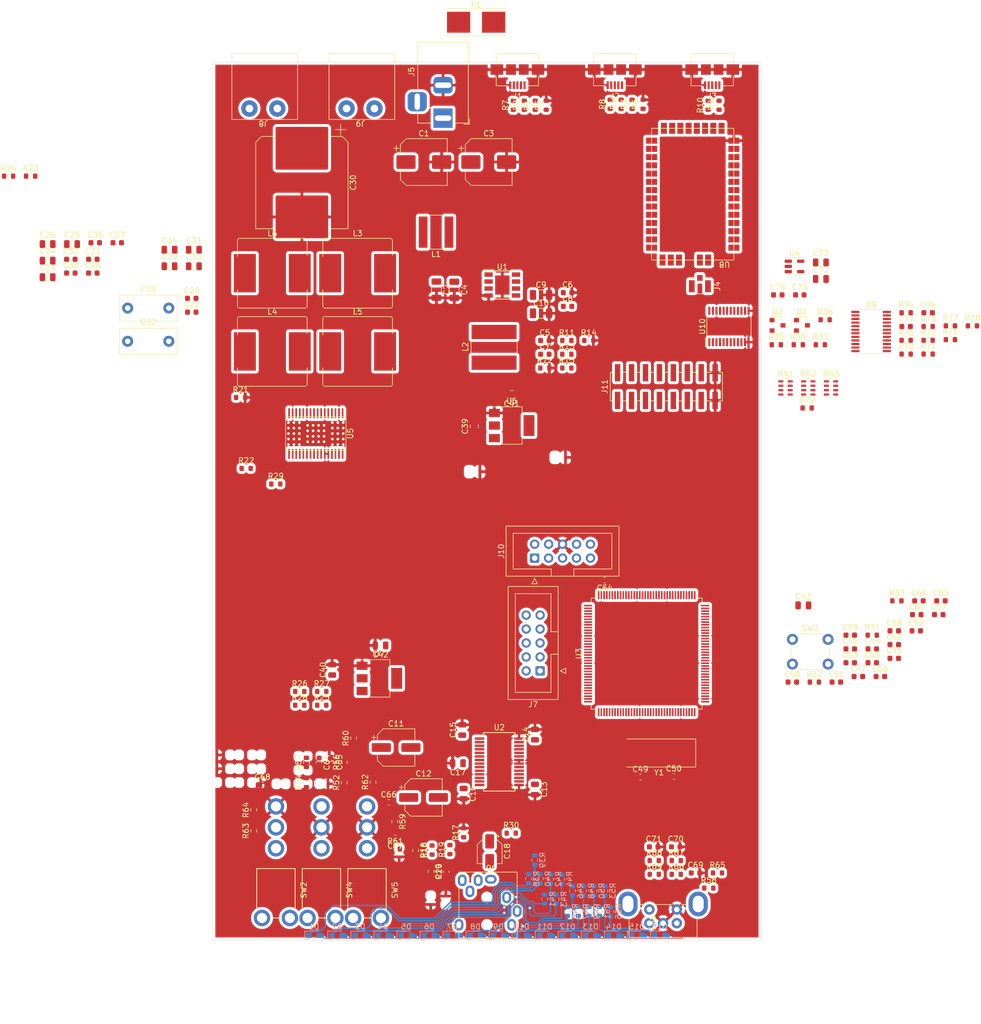
<source format=kicad_pcb>
(kicad_pcb (version 20201116) (generator pcbnew)

  (general
    (thickness 1.6)
  )

  (paper "A4")
  (layers
    (0 "F.Cu" signal)
    (31 "B.Cu" signal)
    (32 "B.Adhes" user "B.Adhesive")
    (33 "F.Adhes" user "F.Adhesive")
    (34 "B.Paste" user)
    (35 "F.Paste" user)
    (36 "B.SilkS" user "B.Silkscreen")
    (37 "F.SilkS" user "F.Silkscreen")
    (38 "B.Mask" user)
    (39 "F.Mask" user)
    (40 "Dwgs.User" user "User.Drawings")
    (41 "Cmts.User" user "User.Comments")
    (42 "Eco1.User" user "User.Eco1")
    (43 "Eco2.User" user "User.Eco2")
    (44 "Edge.Cuts" user)
    (45 "Margin" user)
    (46 "B.CrtYd" user "B.Courtyard")
    (47 "F.CrtYd" user "F.Courtyard")
    (48 "B.Fab" user)
    (49 "F.Fab" user)
  )

  (setup
    (stackup
      (layer "F.SilkS" (type "Top Silk Screen"))
      (layer "F.Paste" (type "Top Solder Paste"))
      (layer "F.Mask" (type "Top Solder Mask") (color "Green") (thickness 0.01))
      (layer "F.Cu" (type "copper") (thickness 0.035))
      (layer "dielectric 1" (type "core") (thickness 1.51) (material "FR4") (epsilon_r 4.5) (loss_tangent 0.02))
      (layer "B.Cu" (type "copper") (thickness 0.035))
      (layer "B.Mask" (type "Bottom Solder Mask") (color "Green") (thickness 0.01))
      (layer "B.Paste" (type "Bottom Solder Paste"))
      (layer "B.SilkS" (type "Bottom Silk Screen"))
      (copper_finish "None")
      (dielectric_constraints no)
    )
    (pcbplotparams
      (layerselection 0x00010fc_ffffffff)
      (disableapertmacros false)
      (usegerberextensions false)
      (usegerberattributes true)
      (usegerberadvancedattributes true)
      (creategerberjobfile true)
      (svguseinch false)
      (svgprecision 6)
      (excludeedgelayer true)
      (plotframeref false)
      (viasonmask false)
      (mode 1)
      (useauxorigin false)
      (hpglpennumber 1)
      (hpglpenspeed 20)
      (hpglpendiameter 15.000000)
      (psnegative false)
      (psa4output false)
      (plotreference true)
      (plotvalue true)
      (plotinvisibletext false)
      (sketchpadsonfab false)
      (subtractmaskfromsilk false)
      (outputformat 1)
      (mirror false)
      (drillshape 1)
      (scaleselection 1)
      (outputdirectory "")
    )
  )


  (net 0 "")
  (net 1 "/~SPK_FAULT")
  (net 2 "/Processor/~RST")
  (net 3 "no_connect_252")
  (net 4 "/Processor/SWCLK")
  (net 5 "/~SPK_SD")
  (net 6 "/HP_DETECT")
  (net 7 "+5V")
  (net 8 "no_connect_259")
  (net 9 "/Processor/SWDIO")
  (net 10 "/BT_MFB")
  (net 11 "/MIC2")
  (net 12 "GND")
  (net 13 "Net-(R58-Pad2)")
  (net 14 "Net-(R59-Pad2)")
  (net 15 "/MIC1")
  (net 16 "Net-(D1-Pad1)")
  (net 17 "Net-(C31-Pad1)")
  (net 18 "Net-(C25-Pad2)")
  (net 19 "Net-(C24-Pad2)")
  (net 20 "Net-(C24-Pad1)")
  (net 21 "Net-(C25-Pad1)")
  (net 22 "Net-(C1-Pad1)")
  (net 23 "/19V_ANALOG")
  (net 24 "Net-(C5-Pad1)")
  (net 25 "Net-(C6-Pad1)")
  (net 26 "Net-(C7-Pad1)")
  (net 27 "Net-(C7-Pad2)")
  (net 28 "Net-(C8-Pad1)")
  (net 29 "+3.3VA")
  (net 30 "Net-(C11-Pad1)")
  (net 31 "Net-(C11-Pad2)")
  (net 32 "Net-(C12-Pad1)")
  (net 33 "Net-(C12-Pad2)")
  (net 34 "Net-(C13-Pad1)")
  (net 35 "/Speaker Amplifier/3.3V")
  (net 36 "Net-(C18-Pad1)")
  (net 37 "Net-(C18-Pad2)")
  (net 38 "Net-(C20-Pad1)")
  (net 39 "Net-(C23-Pad1)")
  (net 40 "Net-(C23-Pad2)")
  (net 41 "Net-(C26-Pad1)")
  (net 42 "Net-(C26-Pad2)")
  (net 43 "Net-(C29-Pad1)")
  (net 44 "Net-(C32-Pad1)")
  (net 45 "Net-(C33-Pad1)")
  (net 46 "Net-(C36-Pad1)")
  (net 47 "Net-(C36-Pad2)")
  (net 48 "Net-(C37-Pad1)")
  (net 49 "Net-(F1-Pad2)")
  (net 50 "Net-(J1-Pad1)")
  (net 51 "Net-(J1-Pad2)")
  (net 52 "Net-(J1-Pad3)")
  (net 53 "no_connect_260")
  (net 54 "Net-(J2-Pad1)")
  (net 55 "Net-(J2-Pad2)")
  (net 56 "Net-(J2-Pad3)")
  (net 57 "no_connect_261")
  (net 58 "no_connect_262")
  (net 59 "Net-(J3-Pad2)")
  (net 60 "Net-(J3-Pad3)")
  (net 61 "no_connect_264")
  (net 62 "no_connect_265")
  (net 63 "/Processor/USB1_DETECT")
  (net 64 "/Processor/USB1_DM")
  (net 65 "/Processor/USB2_DETECT")
  (net 66 "/Processor/USB2_DM")
  (net 67 "/Processor/USB1_DP")
  (net 68 "/Processor/USB2_DP")
  (net 69 "/Bluetooth/USB3_DM")
  (net 70 "/Bluetooth/USB3_DP")
  (net 71 "Net-(R11-Pad1)")
  (net 72 "Net-(R13-Pad1)")
  (net 73 "Net-(R18-Pad2)")
  (net 74 "Net-(R19-Pad2)")
  (net 75 "Net-(R22-Pad1)")
  (net 76 "no_connect_263")
  (net 77 "Net-(D2-Pad1)")
  (net 78 "/BT2")
  (net 79 "no_connect_254")
  (net 80 "Net-(J4-Pad1)")
  (net 81 "Net-(J4-Pad2)")
  (net 82 "/BT_SPI{slash}~PCM")
  (net 83 "Net-(R25-Pad2)")
  (net 84 "no_connect_255")
  (net 85 "no_connect_256")
  (net 86 "no_connect_257")
  (net 87 "no_connect_258")
  (net 88 "/SDO")
  (net 89 "Net-(R26-Pad2)")
  (net 90 "Net-(D3-Pad1)")
  (net 91 "no_connect_253")
  (net 92 "+3V3")
  (net 93 "/BT_P18")
  (net 94 "/BT_P21")
  (net 95 "Net-(U3-Pad7)")
  (net 96 "Net-(C49-Pad2)")
  (net 97 "Net-(C50-Pad2)")
  (net 98 "/Bluetooth/SCL_1V8")
  (net 99 "/AMP_I2S_SDI")
  (net 100 "/AMP_I2S_SDO")
  (net 101 "/BT_P17")
  (net 102 "Net-(U3-Pad44)")
  (net 103 "Net-(U3-Pad45)")
  (net 104 "Net-(U3-Pad46)")
  (net 105 "Net-(U3-Pad47)")
  (net 106 "Net-(U3-Pad48)")
  (net 107 "Net-(U3-Pad49)")
  (net 108 "Net-(U3-Pad50)")
  (net 109 "Net-(R27-Pad2)")
  (net 110 "Net-(R28-Pad2)")
  (net 111 "Net-(U3-Pad56)")
  (net 112 "Net-(U3-Pad57)")
  (net 113 "Net-(U3-Pad58)")
  (net 114 "Net-(U3-Pad59)")
  (net 115 "Net-(U3-Pad60)")
  (net 116 "Net-(U3-Pad63)")
  (net 117 "Net-(U3-Pad64)")
  (net 118 "Net-(U3-Pad65)")
  (net 119 "Net-(U3-Pad66)")
  (net 120 "Net-(U3-Pad67)")
  (net 121 "Net-(U3-Pad68)")
  (net 122 "/AMP_I2S_CK")
  (net 123 "Net-(U3-Pad70)")
  (net 124 "Net-(C52-Pad1)")
  (net 125 "Net-(U3-Pad73)")
  (net 126 "/BT_P16")
  (net 127 "/BT_P6")
  (net 128 "/BT_P7")
  (net 129 "Net-(U3-Pad92)")
  (net 130 "Net-(U3-Pad93)")
  (net 131 "/AMP_I2S_MCK")
  (net 132 "Net-(U3-Pad98)")
  (net 133 "Net-(U3-Pad99)")
  (net 134 "Net-(U3-Pad100)")
  (net 135 "Net-(U3-Pad101)")
  (net 136 "/Bluetooth/SDA_1V8")
  (net 137 "Net-(C54-Pad1)")
  (net 138 "/BT_I2S_WS")
  (net 139 "Net-(U3-Pad111)")
  (net 140 "Net-(U3-Pad112)")
  (net 141 "Net-(U3-Pad113)")
  (net 142 "no_connect_266")
  (net 143 "no_connect_270")
  (net 144 "Net-(U3-Pad116)")
  (net 145 "Net-(U3-Pad117)")
  (net 146 "Net-(U3-Pad118)")
  (net 147 "Net-(U3-Pad119)")
  (net 148 "Net-(U3-Pad122)")
  (net 149 "no_connect_267")
  (net 150 "Net-(U3-Pad124)")
  (net 151 "Net-(U3-Pad127)")
  (net 152 "/BT_I2S_CK")
  (net 153 "/BT_I2S_SDO")
  (net 154 "Net-(U3-Pad139)")
  (net 155 "/AMP_I2S_WS")
  (net 156 "Net-(J11-Pad4)")
  (net 157 "Net-(J11-Pad6)")
  (net 158 "Net-(R52-Pad2)")
  (net 159 "Net-(D4-Pad1)")
  (net 160 "Net-(R54-Pad2)")
  (net 161 "Net-(R29-Pad2)")
  (net 162 "Net-(R30-Pad2)")
  (net 163 "no_connect_268")
  (net 164 "no_connect_269")
  (net 165 "no_connect_271")
  (net 166 "no_connect_272")
  (net 167 "Net-(U3-Pad53)")
  (net 168 "Net-(U3-Pad54)")
  (net 169 "Net-(U3-Pad55)")
  (net 170 "no_connect_273")
  (net 171 "no_connect_274")
  (net 172 "no_connect_275")
  (net 173 "Net-(J11-Pad8)")
  (net 174 "Net-(U8-Pad24)")
  (net 175 "/Bluetooth/3V3_BT")
  (net 176 "no_connect_276")
  (net 177 "no_connect_277")
  (net 178 "no_connect_278")
  (net 179 "Net-(U8-Pad12)")
  (net 180 "/Bluetooth/1V8_BT")
  (net 181 "/Bluetooth/SDO_3V3")
  (net 182 "Net-(J11-Pad10)")
  (net 183 "/Bluetooth/P29_1V8")
  (net 184 "/Bluetooth/P30_1V8")
  (net 185 "/Bluetooth/P18_1V8")
  (net 186 "/Bluetooth/P31_1V8")
  (net 187 "/Bluetooth/P8_1V8")
  (net 188 "/Bluetooth/P9_1V8")
  (net 189 "+1V8")
  (net 190 "Net-(J11-Pad12)")
  (net 191 "/Bluetooth/P21_1V8")
  (net 192 "/Bluetooth/SPI{slash}~PCM_1V8")
  (net 193 "/Bluetooth/SDO_1V8")
  (net 194 "/SCL_1")
  (net 195 "/Bluetooth/SDI_1V8")
  (net 196 "/AMP_I2C_SDA")
  (net 197 "Net-(R79-Pad1)")
  (net 198 "Net-(RN1-Pad1)")
  (net 199 "Net-(RN1-Pad2)")
  (net 200 "Net-(RN1-Pad3)")
  (net 201 "Net-(RN1-Pad4)")
  (net 202 "Net-(RN2-Pad5)")
  (net 203 "Net-(R32-Pad2)")
  (net 204 "Net-(RN2-Pad6)")
  (net 205 "no_connect_279")
  (net 206 "no_connect_280")
  (net 207 "no_connect_281")
  (net 208 "no_connect_282")
  (net 209 "/Bluetooth/CK_1V8")
  (net 210 "/Bluetooth/WS_1V8")
  (net 211 "Net-(R60-Pad2)")
  (net 212 "Net-(D5-Pad1)")
  (net 213 "Net-(R63-Pad2)")
  (net 214 "Net-(D6-Pad1)")
  (net 215 "Net-(D7-Pad1)")
  (net 216 "Net-(D8-Pad1)")
  (net 217 "Net-(D9-Pad1)")
  (net 218 "Net-(D10-Pad1)")
  (net 219 "Net-(D11-Pad1)")
  (net 220 "Net-(D12-Pad1)")
  (net 221 "Net-(D13-Pad1)")
  (net 222 "Net-(D14-Pad1)")
  (net 223 "Net-(D15-Pad1)")
  (net 224 "Net-(D16-Pad1)")
  (net 225 "Net-(RN2-Pad7)")
  (net 226 "/VOL0")
  (net 227 "/VOL1")
  (net 228 "/VOL2")
  (net 229 "/VOL3")
  (net 230 "/VOL4")
  (net 231 "/VOL5")
  (net 232 "/VOL6")
  (net 233 "/VOL7")
  (net 234 "/VOL8")
  (net 235 "/VOL9")
  (net 236 "/VOL10")
  (net 237 "/VOL11")
  (net 238 "/VOL12")
  (net 239 "/VOL13")
  (net 240 "/VOL14")
  (net 241 "/BT1")
  (net 242 "/VOL15")
  (net 243 "/ENC_SW")
  (net 244 "Net-(R66-Pad2)")
  (net 245 "/PWR")
  (net 246 "Net-(R67-Pad2)")
  (net 247 "/ENC_A")
  (net 248 "/ENC_B")
  (net 249 "Net-(J6-PadT)")
  (net 250 "Net-(J6-PadSW2)")
  (net 251 "Net-(J6-PadSW1)")
  (net 252 "Net-(J6-PadS)")
  (net 253 "Net-(J6-PadR2)")
  (net 254 "Net-(J6-PadR1)")
  (net 255 "Net-(J6-PadG)")
  (net 256 "no_connect_283")
  (net 257 "/IR")
  (net 258 "/FRONT_SCLK")
  (net 259 "/FRONT_RCLK")
  (net 260 "/FRONT_MOSI")
  (net 261 "no_connect_284")
  (net 262 "no_connect_285")
  (net 263 "/FRONT_~RST")
  (net 264 "no_connect_286")
  (net 265 "Net-(RN2-Pad8)")
  (net 266 "Net-(RN3-Pad5)")
  (net 267 "no_connect_288")
  (net 268 "no_connect_287")
  (net 269 "Net-(RN3-Pad6)")
  (net 270 "Net-(RN3-Pad7)")
  (net 271 "Net-(RN3-Pad8)")
  (net 272 "Net-(U3-Pad1)")
  (net 273 "/SDO_1")
  (net 274 "/SCL")
  (net 275 "/SDA")
  (net 276 "Net-(U3-Pad8)")
  (net 277 "/Bluetooth/P17_1V8")
  (net 278 "/Bluetooth/P16_1V8")
  (net 279 "/Bluetooth/P7_1V8")
  (net 280 "/Bluetooth/P6_1V8")
  (net 281 "/P31")
  (net 282 "/P8")
  (net 283 "/P9")
  (net 284 "/P29")
  (net 285 "/P30")
  (net 286 "Net-(U3-Pad97)")
  (net 287 "Net-(U3-Pad141)")
  (net 288 "Net-(U3-Pad142)")

  (footprint "Resistor_SMD:R_0603_1608Metric" (layer "F.Cu") (at 137.45 32.725 90))

  (footprint "Resistor_SMD:R_0603_1608Metric" (layer "F.Cu") (at 139.45 32.725 90))

  (footprint "Resistor_SMD:R_0603_1608Metric" (layer "F.Cu") (at 143.45 32.725 90))

  (footprint "Resistor_SMD:R_0603_1608Metric" (layer "F.Cu") (at 123.8 32.9 90))

  (footprint "Connector_USB:USB_Micro-B_Amphenol_10104110_Horizontal" (layer "F.Cu") (at 138.3 27.7 180))

  (footprint "Package_QFP:LQFP-144_20x20mm_P0.5mm" (layer "F.Cu") (at 144.1 132.8 90))

  (footprint "Connector_USB:USB_Micro-B_Amphenol_10104110_Horizontal" (layer "F.Cu") (at 156.05 27.7 180))

  (footprint "Resistor_SMD:R_0603_1608Metric" (layer "F.Cu") (at 125.8 32.9 90))

  (footprint "Resistor_SMD:R_0603_1608Metric" (layer "F.Cu") (at 119.8 32.9 90))

  (footprint "Resistor_SMD:R_0603_1608Metric" (layer "F.Cu") (at 157.3 32.9 90))

  (footprint "Resistor_SMD:R_0603_1608Metric" (layer "F.Cu") (at 121.8 32.9 90))

  (footprint "Resistor_SMD:R_0603_1608Metric" (layer "F.Cu") (at 141.45 32.725 90))

  (footprint "Package_SO:SSOP-28_5.3x10.2mm_P0.65mm" (layer "F.Cu") (at 117.25 152.5))

  (footprint "Package_SO:Diodes_SO-8EP" (layer "F.Cu") (at 117.8025 65.655))

  (footprint "Connector_USB:USB_Micro-B_Amphenol_10104110_Horizontal" (layer "F.Cu") (at 120.55 27.7 180))

  (footprint "Resistor_SMD:R_0603_1608Metric" (layer "F.Cu") (at 155.3 32.9 90))

  (footprint "Connector_BarrelJack:BarrelJack_Horizontal" (layer "F.Cu") (at 107 35.25 -90))

  (footprint "Capacitor_SMD:C_0805_2012Metric" (layer "F.Cu") (at 123.75 157.55 -90))

  (footprint "Capacitor_SMD:C_0805_2012Metric" (layer "F.Cu") (at 123.75 147.55 90))

  (footprint "Capacitor_SMD:C_0805_2012Metric" (layer "F.Cu") (at 110.5 146.7 90))

  (footprint "Resistor_SMD:R_0603_1608Metric" (layer "F.Cu") (at 102 168.65 -90))

  (footprint "Resistor_SMD:R_0603_1608Metric" (layer "F.Cu") (at 110.75 165.425 90))

  (footprint "Capacitor_SMD:C_0805_2012Metric" (layer "F.Cu") (at 110.75 158.3 -90))

  (footprint "Capacitor_SMD:C_0805_2012Metric" (layer "F.Cu") (at 109.7 152.75 180))

  (footprint "Capacitor_SMD:C_0603_1608Metric" (layer "F.Cu") (at 125.55 75.75))

  (footprint "Capacitor_SMD:C_0603_1608Metric" (layer "F.Cu") (at 125.55 78.26))

  (footprint "Resistor_SMD:R_0603_1608Metric" (layer "F.Cu") (at 129.56 75.75))

  (footprint "Resistor_SMD:R_0603_1608Metric" (layer "F.Cu") (at 125.55 80.77))

  (footprint "Resistor_SMD:R_0603_1608Metric" (layer "F.Cu") (at 129.56 78.26))

  (footprint "Resistor_SMD:R_0603_1608Metric" (layer "F.Cu") (at 133.57 75.75))

  (footprint "Resistor_SMD:R_0603_1608Metric" (layer "F.Cu") (at 129.56 80.77))

  (footprint "Resistor_SMD:R_0603_1608Metric" (layer "F.Cu") (at 108.25 168.5 90))

  (footprint "Resistor_SMD:R_0603_1608Metric" (layer "F.Cu") (at 104.85 172.475 -90))

  (footprint "Resistor_SMD:R_0603_1608Metric" (layer "F.Cu") (at 105 168.575 90))

  (footprint "Capacitor_SMD:CP_Elec_8x10" (layer "F.Cu") (at 103.5 43.25))

  (footprint "Capacitor_SMD:C_1206_3216Metric" (layer "F.Cu") (at 105.8 66.5 -90))

  (footprint "Capacitor_SMD:CP_Elec_8x10" (layer "F.Cu") (at 115.33 43.25))

  (footprint "Capacitor_SMD:C_1206_3216Metric" (layer "F.Cu") (at 109.05 66.525 -90))

  (footprint "Inductor_SMD:L_Bourns-SRN8040_8x8.15mm" (layer "F.Cu") (at 116.3 77 90))

  (footprint "Capacitor_SMD:C_0603_1608Metric" (layer "F.Cu") (at 107.6 172.525 90))

  (footprint "Inductor_SMD:L_Taiyo-Yuden_NR-60xx" (layer "F.Cu") (at 105.72 56.02 180))

  (footprint "Capacitor_SMD:CP_Elec_6.3x7.7" (layer "F.Cu") (at 98.45 149.9))

  (footprint "Capacitor_SMD:CP_Elec_6.3x7.7" (layer "F.Cu")
    (tedit 5BCA39D0) (tstamp 00000000-0000-0000-0000-00005fb07a2f)
    (at 103.45 159)
    (descr "SMD capacitor, aluminum electrolytic, Nichicon, 6.3x7.7mm")
    (tags "capacitor electrolytic")
    (property "Dateiname Blatt" "headphone-amp.kicad_sch")
    (property "Schaltplanname" "Headphone Amplifier")
    (path "/00000000-0000-0000-0000-00005fa5bd36/00000000-0000-0000-0000-00005fb761de")
    (attr smd)
    (fp_text reference "C12" (at 0 -4.35) (layer "F.SilkS")
      (effects (font (size 1 1) (thickness 0.15)))
      (tstamp a64ec2c1-a9af-4f7b-9a31-eb3f672f9902)
    )
    (fp_text value "220uF" (at 0 4.35) (layer "F.Fab")
      (effects (font (size 1 1) (thickness 0.15)))
      (tstamp 1ff3873f-285a-4a30-8ebc-7b3fe0bb7981)
    )
    (fp_text user "${REFERENCE}" (at 0 0) (layer "F.Fab")
      (effects (font (size 1 1) (thickness 0.15)))
      (tstamp 8ed30ed8-073e-464f-99ee-ca229a6b2865)
    )
    (fp_line (start -3.41 -2.345563) (end -2.345563 -3.41) (layer "F.SilkS") (width 0.12) (tstamp 0a04f58f-f25e-4841-a9e7-22e05aac0664))
    (fp_line (start -3.41 2.345563) (end -3.41 1.06) (layer "F.SilkS") (width 0.12) (tstamp 1b422f8d-be42-48a9-affe-79513a3cefbc))
    (fp_line (start -4.4375 -1.8475) (end -3.65 -1.8475) (layer "F.SilkS") (width 0.12) (tstamp 404e15e4-75a8-451f-b270-8ca63c21e5ea))
    (fp_line (start -3.41 2.345563) (end -2.345563 3.41) (layer "F.SilkS") (width 0.12) (tstamp 4a4a0e66-8d00-4129-a8b7-2a7c23a810d8))
    (fp_line (start -2.345563 3.41) (end 3.41 3.41) (layer "F.SilkS") (width 0.12) (tstamp 774834b8-af25-4cf6-9b6f-d36bb8d416fe))
    (fp_line (start -3.41 -2.345563) (end -3.41 -1.06) (layer "F.SilkS") (width 0.12) (tstamp b43ee947-ce47-4858-8a25-51145111d02a))
    (fp_line (start -4.04375 -2.24125) (end -4.04375 -1.45375) (layer "F.SilkS") (width 0.12) (tstamp baadaa39-51b0-4a8e-9821-30a306f5e2b3))
    (fp_line (start 3.41 3.41) (end 3.41 1.06) (layer "F.SilkS") (width 0.12) (tstamp c4f6964a-2a9f-4747-9df5-c7d6251efc0e))
    (fp_line (start -2.345563 -3.41) (end 3.41 -3.41) (layer "F.SilkS") (width 0.12) (tstamp ef31840f-676c-488c-bcdd-a2f27b177c05))
    (fp_line (start 3.41 -3.41) (end 3.41 -1.06) (layer "F.SilkS") (width 0.12) (tstamp f89c8ffd-66d6-4115-ad38-957fd1ff2750))
    (fp_line (start -3.55 1.05) (end -3.55 2.4) (layer "F.CrtYd") (width 0.05) (tstamp 00f3fa49-15ac-44b5-b0f0-780f62509497))
    (fp_line (start -3.55 2.4) (end -2.4 3.55) (layer "F.CrtYd") (width 0.05) (tstamp 240ba7eb-ba9b-41e5-af5b-a7679702b7fc))
    (fp_line (start -2.4 -3.55) (end 3.55 -3.55) (layer "F.CrtYd") (width 0.05) (tstamp 2d11a6c9-5f86-477c-8203-11e110d329e1))
    (fp_line (start -2.4 3.55) (end 3.55 3.55) (layer "F.CrtYd") (width 0.05) (tstamp 3676573c-d5a4-4c6a-a865-ae272e6978e8))
    (fp_line (start 4.7 1.05) (end 3.55 1.05) (layer "F.CrtYd") (width 0.05) (tstamp 3a8a257d-8c60-47ec-aff4-6afe653c1dc5))
    (fp_line (start 4.7 -1.05) (end 4.7 1.05) (layer "F.CrtYd") (width 0.05) (tstamp 4bfe7822-d9fd-4a74-9e8a-751c8c89554b))
    (fp_line (start -4.7 -1.0
... [1541129 chars truncated]
</source>
